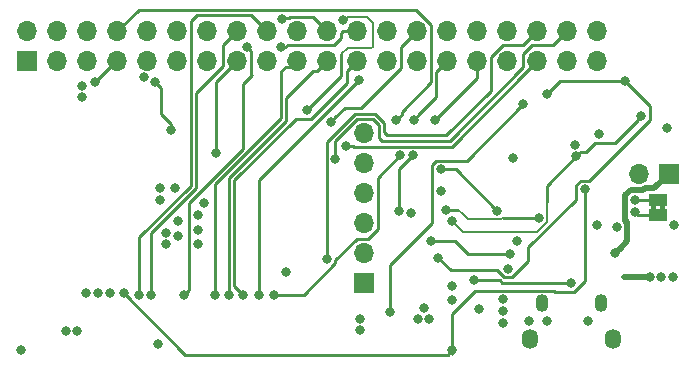
<source format=gbr>
G04 #@! TF.GenerationSoftware,KiCad,Pcbnew,5.0.2-bee76a0~70~ubuntu16.04.1*
G04 #@! TF.CreationDate,2019-08-20T13:37:51-04:00*
G04 #@! TF.ProjectId,ESP32-Zip,45535033-322d-45a6-9970-2e6b69636164,rev?*
G04 #@! TF.SameCoordinates,Original*
G04 #@! TF.FileFunction,Copper,L4,Bot*
G04 #@! TF.FilePolarity,Positive*
%FSLAX46Y46*%
G04 Gerber Fmt 4.6, Leading zero omitted, Abs format (unit mm)*
G04 Created by KiCad (PCBNEW 5.0.2-bee76a0~70~ubuntu16.04.1) date mar. 20 août 2019 13:37:51 EDT*
%MOMM*%
%LPD*%
G01*
G04 APERTURE LIST*
G04 #@! TA.AperFunction,ComponentPad*
%ADD10R,1.700000X1.700000*%
G04 #@! TD*
G04 #@! TA.AperFunction,ComponentPad*
%ADD11O,1.700000X1.700000*%
G04 #@! TD*
G04 #@! TA.AperFunction,ComponentPad*
%ADD12O,1.350000X1.700000*%
G04 #@! TD*
G04 #@! TA.AperFunction,ComponentPad*
%ADD13O,1.100000X1.500000*%
G04 #@! TD*
G04 #@! TA.AperFunction,SMDPad,CuDef*
%ADD14C,1.000000*%
G04 #@! TD*
G04 #@! TA.AperFunction,Conductor*
%ADD15C,0.100000*%
G04 #@! TD*
G04 #@! TA.AperFunction,SMDPad,CuDef*
%ADD16R,1.500000X1.000000*%
G04 #@! TD*
G04 #@! TA.AperFunction,ViaPad*
%ADD17C,0.800000*%
G04 #@! TD*
G04 #@! TA.AperFunction,Conductor*
%ADD18C,0.250000*%
G04 #@! TD*
G04 #@! TA.AperFunction,Conductor*
%ADD19C,0.500000*%
G04 #@! TD*
G04 #@! TA.AperFunction,Conductor*
%ADD20C,0.200000*%
G04 #@! TD*
G04 APERTURE END LIST*
D10*
G04 #@! TO.P,J4,1*
G04 #@! TO.N,VBus*
X109300000Y-64300000D03*
D11*
G04 #@! TO.P,J4,2*
G04 #@! TO.N,GND*
X106760000Y-64300000D03*
G04 #@! TD*
D10*
G04 #@! TO.P,J3,1*
G04 #@! TO.N,SD2*
X83500000Y-73500000D03*
D11*
G04 #@! TO.P,J3,2*
G04 #@! TO.N,SD3*
X83500000Y-70960000D03*
G04 #@! TO.P,J3,3*
G04 #@! TO.N,CMD*
X83500000Y-68420000D03*
G04 #@! TO.P,J3,4*
G04 #@! TO.N,SDCLK*
X83500000Y-65880000D03*
G04 #@! TO.P,J3,5*
G04 #@! TO.N,SD0*
X83500000Y-63340000D03*
G04 #@! TO.P,J3,6*
G04 #@! TO.N,SD1*
X83500000Y-60800000D03*
G04 #@! TD*
D12*
G04 #@! TO.P,J1,6*
G04 #@! TO.N,GND*
X104565000Y-78250000D03*
X97565000Y-78250000D03*
D13*
X103565000Y-75250000D03*
X98565000Y-75250000D03*
G04 #@! TD*
D10*
G04 #@! TO.P,J2,1*
G04 #@! TO.N,VDD*
X55000000Y-54750000D03*
D11*
G04 #@! TO.P,J2,2*
X55000000Y-52210000D03*
G04 #@! TO.P,J2,3*
G04 #@! TO.N,IO21*
X57540000Y-54750000D03*
G04 #@! TO.P,J2,4*
G04 #@! TO.N,VDD*
X57540000Y-52210000D03*
G04 #@! TO.P,J2,5*
G04 #@! TO.N,IO22*
X60080000Y-54750000D03*
G04 #@! TO.P,J2,6*
G04 #@! TO.N,GND*
X60080000Y-52210000D03*
G04 #@! TO.P,J2,7*
G04 #@! TO.N,IO23*
X62620000Y-54750000D03*
G04 #@! TO.P,J2,8*
G04 #@! TO.N,TxD*
X62620000Y-52210000D03*
G04 #@! TO.P,J2,9*
G04 #@! TO.N,GND*
X65160000Y-54750000D03*
G04 #@! TO.P,J2,10*
G04 #@! TO.N,RxD*
X65160000Y-52210000D03*
G04 #@! TO.P,J2,11*
G04 #@! TO.N,IO34*
X67700000Y-54750000D03*
G04 #@! TO.P,J2,12*
G04 #@! TO.N,EN*
X67700000Y-52210000D03*
G04 #@! TO.P,J2,13*
G04 #@! TO.N,IO35*
X70240000Y-54750000D03*
G04 #@! TO.P,J2,14*
G04 #@! TO.N,GND*
X70240000Y-52210000D03*
G04 #@! TO.P,J2,15*
G04 #@! TO.N,IO32*
X72780000Y-54750000D03*
G04 #@! TO.P,J2,16*
G04 #@! TO.N,SENSOR_VN*
X72780000Y-52210000D03*
G04 #@! TO.P,J2,17*
G04 #@! TO.N,VDD*
X75320000Y-54750000D03*
G04 #@! TO.P,J2,18*
G04 #@! TO.N,SENSOR_VP*
X75320000Y-52210000D03*
G04 #@! TO.P,J2,19*
G04 #@! TO.N,IO33*
X77860000Y-54750000D03*
G04 #@! TO.P,J2,20*
G04 #@! TO.N,GND*
X77860000Y-52210000D03*
G04 #@! TO.P,J2,21*
G04 #@! TO.N,IO25*
X80400000Y-54750000D03*
G04 #@! TO.P,J2,22*
G04 #@! TO.N,IO19*
X80400000Y-52210000D03*
G04 #@! TO.P,J2,23*
G04 #@! TO.N,IO26*
X82940000Y-54750000D03*
G04 #@! TO.P,J2,24*
G04 #@! TO.N,IO18*
X82940000Y-52210000D03*
G04 #@! TO.P,J2,25*
G04 #@! TO.N,GND*
X85480000Y-54750000D03*
G04 #@! TO.P,J2,26*
G04 #@! TO.N,IO5*
X85480000Y-52210000D03*
G04 #@! TO.P,J2,27*
G04 #@! TO.N,IO27*
X88020000Y-54750000D03*
G04 #@! TO.P,J2,28*
G04 #@! TO.N,IO17*
X88020000Y-52210000D03*
G04 #@! TO.P,J2,29*
G04 #@! TO.N,IO14*
X90560000Y-54750000D03*
G04 #@! TO.P,J2,30*
G04 #@! TO.N,GND*
X90560000Y-52210000D03*
G04 #@! TO.P,J2,31*
G04 #@! TO.N,IO12*
X93100000Y-54750000D03*
G04 #@! TO.P,J2,32*
G04 #@! TO.N,IO16*
X93100000Y-52210000D03*
G04 #@! TO.P,J2,33*
G04 #@! TO.N,IO4*
X95640000Y-54750000D03*
G04 #@! TO.P,J2,34*
G04 #@! TO.N,GND*
X95640000Y-52210000D03*
G04 #@! TO.P,J2,35*
G04 #@! TO.N,IO2*
X98180000Y-54750000D03*
G04 #@! TO.P,J2,36*
G04 #@! TO.N,IO13*
X98180000Y-52210000D03*
G04 #@! TO.P,J2,37*
G04 #@! TO.N,IO0*
X100720000Y-54750000D03*
G04 #@! TO.P,J2,38*
G04 #@! TO.N,IO15*
X100720000Y-52210000D03*
G04 #@! TO.P,J2,39*
G04 #@! TO.N,GND*
X103260000Y-54750000D03*
G04 #@! TO.P,J2,40*
G04 #@! TO.N,VDD*
X103260000Y-52210000D03*
G04 #@! TD*
D14*
G04 #@! TO.P,JP3,1*
G04 #@! TO.N,Net-(JP3-Pad1)*
X108400000Y-67750000D03*
D15*
G04 #@! TD*
G04 #@! TO.N,Net-(JP3-Pad1)*
G04 #@! TO.C,JP3*
G36*
X107800000Y-67250000D02*
X107800000Y-66850000D01*
X108200000Y-66850000D01*
X108200000Y-67250000D01*
X108600000Y-67250000D01*
X108600000Y-66850000D01*
X109000000Y-66850000D01*
X109000000Y-67250000D01*
X109150000Y-67250000D01*
X109150000Y-68250000D01*
X107650000Y-68250000D01*
X107650000Y-67250000D01*
X107800000Y-67250000D01*
X107800000Y-67250000D01*
G37*
D16*
G04 #@! TO.P,JP3,2*
G04 #@! TO.N,Net-(D2-Pad2)*
X108400000Y-66450000D03*
G04 #@! TD*
D17*
G04 #@! TO.N,GND*
X70000000Y-66750000D03*
X67500000Y-65500000D03*
X66250000Y-65500000D03*
X66250000Y-66500000D03*
X69500000Y-67750000D03*
X69500000Y-69000000D03*
X69500000Y-70250000D03*
X67750000Y-69500000D03*
X67750000Y-68250000D03*
X66750000Y-69250000D03*
X66750000Y-70250000D03*
G04 #@! TO.N,RTS*
X107000000Y-59400000D03*
G04 #@! TO.N,GND*
X64900000Y-56100000D03*
G04 #@! TO.N,IO23*
X60750000Y-56500000D03*
G04 #@! TO.N,GND*
X109200000Y-60400000D03*
G04 #@! TO.N,IO14*
X86600000Y-62700000D03*
G04 #@! TO.N,IO12*
X87700000Y-62700000D03*
G04 #@! TO.N,IO14*
X87750000Y-59750000D03*
G04 #@! TO.N,IO12*
X89500000Y-59750000D03*
G04 #@! TO.N,IO35*
X68300000Y-74500000D03*
G04 #@! TO.N,IO33*
X70900000Y-74500000D03*
G04 #@! TO.N,IO25*
X72100000Y-74500000D03*
G04 #@! TO.N,IO26*
X73300000Y-74500000D03*
G04 #@! TO.N,IO27*
X74600000Y-74500000D03*
G04 #@! TO.N,IO14*
X75900000Y-74500000D03*
G04 #@! TO.N,EN*
X63200000Y-74400000D03*
G04 #@! TO.N,VDD*
X88600000Y-75600000D03*
G04 #@! TO.N,GND*
X91000000Y-73800000D03*
X91000000Y-75000000D03*
G04 #@! TO.N,VDD*
X93250000Y-75750000D03*
G04 #@! TO.N,DTR*
X89800000Y-71400000D03*
G04 #@! TO.N,VDD*
X95700000Y-72300000D03*
G04 #@! TO.N,DTR*
X105600000Y-56400000D03*
G04 #@! TO.N,GND*
X76900000Y-72600000D03*
X87500000Y-67600000D03*
G04 #@! TO.N,IO15*
X81100000Y-63000000D03*
G04 #@! TO.N,IO2*
X82000000Y-61900000D03*
G04 #@! TO.N,IO19*
X76600000Y-51200000D03*
G04 #@! TO.N,IO32*
X71000000Y-62500000D03*
G04 #@! TO.N,IO35*
X73600000Y-53500000D03*
G04 #@! TO.N,SENSOR_VN*
X65500000Y-74500000D03*
G04 #@! TO.N,SENSOR_VP*
X64500000Y-74500000D03*
G04 #@! TO.N,VDD*
X96100000Y-62900000D03*
G04 #@! TO.N,RxD*
X67200000Y-60600000D03*
G04 #@! TO.N,EN*
X81700000Y-51250000D03*
G04 #@! TO.N,GND*
X59600000Y-56800000D03*
X59600000Y-57800000D03*
G04 #@! TO.N,VDD*
X101400000Y-61800000D03*
X107700000Y-73000000D03*
X103250000Y-68600000D03*
X108700000Y-73000000D03*
X109700000Y-73000000D03*
G04 #@! TO.N,GND*
X83200000Y-77500000D03*
X83200000Y-76600000D03*
X88100000Y-76600000D03*
X89000000Y-76600000D03*
X66100000Y-78700000D03*
X58300000Y-77600000D03*
X59200000Y-77600000D03*
G04 #@! TO.N,VBus*
X95300000Y-74900000D03*
X95300000Y-75900000D03*
X95300000Y-76900000D03*
G04 #@! TO.N,DTR*
X99000000Y-57500000D03*
G04 #@! TO.N,TxD*
X86250000Y-59750000D03*
G04 #@! TO.N,RTS*
X91000000Y-68250000D03*
X101500000Y-62800000D03*
G04 #@! TO.N,Net-(R3-Pad1)*
X98300000Y-68000000D03*
X90500000Y-67300000D03*
G04 #@! TO.N,RXT*
X90000000Y-63900000D03*
X94800000Y-67400000D03*
G04 #@! TO.N,Net-(R1-Pad2)*
X89200000Y-70000000D03*
X95900000Y-71100000D03*
G04 #@! TO.N,USB_DP*
X92800000Y-73300000D03*
G04 #@! TO.N,VDD*
X54500000Y-79200000D03*
X61000000Y-74400000D03*
X109800000Y-68600000D03*
G04 #@! TO.N,GND*
X96500000Y-70000000D03*
G04 #@! TO.N,VBus*
X104750000Y-71000000D03*
G04 #@! TO.N,GND*
X102500000Y-76750000D03*
X97500000Y-76750000D03*
X104900000Y-68800000D03*
G04 #@! TO.N,VDD*
X103400000Y-60875000D03*
X90000000Y-65700000D03*
X62000000Y-74400000D03*
X60000000Y-74400000D03*
G04 #@! TO.N,VBus*
X99000000Y-76750000D03*
G04 #@! TO.N,EN*
X91000000Y-79200000D03*
X102200000Y-65600000D03*
X78700020Y-58900020D03*
G04 #@! TO.N,IO0*
X97000000Y-58400000D03*
X85750000Y-76000000D03*
G04 #@! TO.N,USB_DP*
X101000000Y-73500000D03*
G04 #@! TO.N,RxD*
X65830000Y-56500000D03*
G04 #@! TO.N,IO18*
X76500000Y-53500000D03*
G04 #@! TO.N,IO27*
X83100000Y-56300000D03*
G04 #@! TO.N,IO17*
X80700000Y-59900000D03*
G04 #@! TO.N,IO12*
X86500000Y-67400000D03*
G04 #@! TO.N,IO13*
X80374999Y-71474999D03*
G04 #@! TO.N,Net-(JP3-Pad1)*
X106500000Y-67500000D03*
G04 #@! TO.N,Net-(D2-Pad2)*
X106500000Y-66500000D03*
G04 #@! TD*
D18*
G04 #@! TO.N,IO19*
X80400000Y-52210000D02*
X79224999Y-51034999D01*
X79224999Y-51034999D02*
X77230686Y-51034999D01*
X77230686Y-51034999D02*
X77165685Y-51100000D01*
X77165685Y-51100000D02*
X76600000Y-51100000D01*
G04 #@! TO.N,RxD*
X67200000Y-60600000D02*
X67200000Y-60034315D01*
X67200000Y-60034315D02*
X66335001Y-59169316D01*
D19*
G04 #@! TO.N,VDD*
X105491998Y-73000000D02*
X107134315Y-73000000D01*
X107134315Y-73000000D02*
X107700000Y-73000000D01*
D18*
G04 #@! TO.N,Net-(R3-Pad1)*
X98300000Y-68000000D02*
X95273002Y-68000000D01*
G04 #@! TO.N,Net-(R1-Pad2)*
X92300000Y-71100000D02*
X95900000Y-71100000D01*
X91200000Y-70000000D02*
X89200000Y-70000000D01*
X92300000Y-71100000D02*
X91200000Y-70000000D01*
D19*
G04 #@! TO.N,VBus*
X105750001Y-68391999D02*
X105750001Y-69999999D01*
X105750001Y-69999999D02*
X105149999Y-70600001D01*
X107139999Y-65649999D02*
X106091999Y-65649999D01*
X105649999Y-66091999D02*
X105649999Y-68291997D01*
X107289999Y-65499999D02*
X107139999Y-65649999D01*
X105149999Y-70600001D02*
X104750000Y-71000000D01*
X108100001Y-65499999D02*
X107289999Y-65499999D01*
X105649999Y-68291997D02*
X105750001Y-68391999D01*
X106091999Y-65649999D02*
X105649999Y-66091999D01*
X109300000Y-64300000D02*
X108100001Y-65499999D01*
D18*
G04 #@! TO.N,DTR*
X90850009Y-72450009D02*
X89800000Y-71400000D01*
X94777007Y-72450009D02*
X90850009Y-72450009D01*
X95351999Y-73025001D02*
X94777007Y-72450009D01*
X96048001Y-73025001D02*
X95351999Y-73025001D01*
X97401702Y-71671300D02*
X96048001Y-73025001D01*
X97401702Y-70499999D02*
X97401702Y-71671300D01*
X97437057Y-70499999D02*
X101474999Y-66462057D01*
X97401702Y-70499999D02*
X97437057Y-70499999D01*
X100100000Y-56400000D02*
X105600000Y-56400000D01*
X99000000Y-57500000D02*
X100100000Y-56400000D01*
X101474999Y-65251999D02*
X101474999Y-66462057D01*
X101851999Y-64874999D02*
X101474999Y-65251999D01*
X102598003Y-64874999D02*
X101851999Y-64874999D01*
X107725001Y-59748001D02*
X102598003Y-64874999D01*
X107725001Y-58525001D02*
X107725001Y-59748001D01*
X105600000Y-56400000D02*
X107725001Y-58525001D01*
D20*
G04 #@! TO.N,RTS*
X99000001Y-68336001D02*
X99000001Y-66700001D01*
X98136002Y-69200000D02*
X99000001Y-68336001D01*
X91900000Y-69200000D02*
X98136002Y-69200000D01*
X91100000Y-68400000D02*
X91900000Y-69200000D01*
D18*
X99000001Y-65299999D02*
X101500000Y-62800000D01*
X99000001Y-66700001D02*
X99000001Y-65299999D01*
X101899999Y-62400001D02*
X101500000Y-62800000D01*
X106600001Y-59799999D02*
X107000000Y-59400000D01*
X104774999Y-61625001D02*
X106600001Y-59799999D01*
X103074999Y-61625001D02*
X104774999Y-61625001D01*
X102299999Y-62400001D02*
X103074999Y-61625001D01*
X101899999Y-62400001D02*
X102299999Y-62400001D01*
G04 #@! TO.N,EN*
X91000000Y-79500000D02*
X91000000Y-79500000D01*
X91000000Y-79200000D02*
X91000000Y-79500000D01*
X90600001Y-79599999D02*
X91000000Y-79200000D01*
X68399999Y-79599999D02*
X90600001Y-79599999D01*
X63200000Y-74400000D02*
X68399999Y-79599999D01*
X81600000Y-56000040D02*
X81600000Y-55100000D01*
X78700020Y-58900020D02*
X81600000Y-56000040D01*
X81600000Y-55289002D02*
X81600000Y-55100000D01*
X81600000Y-55100000D02*
X81600000Y-54161000D01*
X91000000Y-79200000D02*
X91000000Y-76112500D01*
X102200000Y-66165685D02*
X102200000Y-65600000D01*
X91000000Y-76112500D02*
X92937510Y-74174990D01*
X92937510Y-74174990D02*
X99576988Y-74174990D01*
X99701998Y-74300000D02*
X101273002Y-74300000D01*
X102212500Y-66178185D02*
X102200000Y-66165685D01*
X102212500Y-73360502D02*
X102212500Y-66178185D01*
X99576988Y-74174990D02*
X99701998Y-74300000D01*
X101273002Y-74300000D02*
X102212500Y-73360502D01*
D20*
X82161001Y-53599999D02*
X84150001Y-53599999D01*
X81600000Y-54161000D02*
X82161001Y-53599999D01*
X84150001Y-53599999D02*
X84250000Y-53500000D01*
X84250000Y-53500000D02*
X84250000Y-51500000D01*
X84250000Y-51500000D02*
X83750000Y-51000000D01*
X82200000Y-51000000D02*
X81700000Y-51500000D01*
X83750000Y-51000000D02*
X82200000Y-51000000D01*
D18*
G04 #@! TO.N,IO0*
X89274999Y-63551999D02*
X89274999Y-68451999D01*
X89651999Y-63174999D02*
X89274999Y-63551999D01*
X97000000Y-58400000D02*
X92225001Y-63174999D01*
X92225001Y-63174999D02*
X89651999Y-63174999D01*
X85750000Y-71976998D02*
X89274999Y-68451999D01*
X85750000Y-76000000D02*
X85750000Y-71976998D01*
G04 #@! TO.N,USB_DP*
X95190588Y-73500000D02*
X99975000Y-73500000D01*
X92800000Y-73300000D02*
X94990588Y-73300000D01*
X99975000Y-73500000D02*
X101000000Y-73500000D01*
X94990588Y-73300000D02*
X95190588Y-73500000D01*
G04 #@! TO.N,RXT*
X91300000Y-63900000D02*
X94800000Y-67400000D01*
X90000000Y-63900000D02*
X91300000Y-63900000D01*
G04 #@! TO.N,RxD*
X66335001Y-57005001D02*
X65830000Y-56500000D01*
X66335001Y-59169316D02*
X66335001Y-57005001D01*
G04 #@! TO.N,TxD*
X64429990Y-50400010D02*
X62620000Y-52210000D01*
X87949012Y-50400010D02*
X64429990Y-50400010D01*
X89195001Y-51645999D02*
X87949012Y-50400010D01*
X89195001Y-56539314D02*
X89195001Y-51645999D01*
X86700000Y-59034315D02*
X89195001Y-56539314D01*
X86700000Y-59300000D02*
X86250000Y-59750000D01*
X86700000Y-59034315D02*
X86700000Y-59300000D01*
G04 #@! TO.N,IO23*
X62500000Y-54750000D02*
X62620000Y-54750000D01*
X60750000Y-56500000D02*
X62500000Y-54750000D01*
G04 #@! TO.N,IO35*
X68699999Y-74100001D02*
X68300000Y-74500000D01*
X68699999Y-66736411D02*
X68699999Y-74100001D01*
X73230010Y-62206400D02*
X68699999Y-66736411D01*
X73230010Y-56669990D02*
X73230010Y-62206400D01*
X74000000Y-55900000D02*
X73230010Y-56669990D01*
X73955001Y-55855001D02*
X74000000Y-55900000D01*
X73955001Y-53855001D02*
X73955001Y-55855001D01*
X73600000Y-53500000D02*
X73955001Y-53855001D01*
G04 #@! TO.N,IO32*
X71000000Y-56530000D02*
X72780000Y-54750000D01*
X71000000Y-62500000D02*
X71000000Y-56530000D01*
G04 #@! TO.N,SENSOR_VN*
X65500000Y-74500000D02*
X65500000Y-69300000D01*
X71604999Y-53385001D02*
X71930001Y-53059999D01*
X71604999Y-55124003D02*
X71604999Y-53385001D01*
X69325010Y-57403992D02*
X71604999Y-55124003D01*
X69325010Y-65474990D02*
X69325010Y-57403992D01*
X71930001Y-53059999D02*
X72780000Y-52210000D01*
X65500000Y-69300000D02*
X69325010Y-65474990D01*
G04 #@! TO.N,SENSOR_VP*
X73960020Y-50850020D02*
X75320000Y-52210000D01*
X69399980Y-50850020D02*
X73960020Y-50850020D01*
X68875001Y-51374999D02*
X69399980Y-50850020D01*
X68875001Y-65288589D02*
X68875001Y-51374999D01*
X64500000Y-74500000D02*
X64500000Y-69663590D01*
X64500000Y-69663590D02*
X68875001Y-65288589D01*
G04 #@! TO.N,IO33*
X70900000Y-74500000D02*
X70900000Y-65172820D01*
X76495001Y-59577819D02*
X76495001Y-55604999D01*
X70900000Y-65172820D02*
X76495001Y-59577819D01*
X76495001Y-55604999D02*
X76900000Y-55200000D01*
X77410000Y-55200000D02*
X77860000Y-54750000D01*
X76900000Y-55200000D02*
X77410000Y-55200000D01*
G04 #@! TO.N,IO25*
X72100000Y-64609230D02*
X72100000Y-74500000D01*
X76945010Y-59764220D02*
X72100000Y-64609230D01*
X76945011Y-57881987D02*
X76945010Y-59764220D01*
X80400000Y-54750000D02*
X79550001Y-55599999D01*
X79226999Y-55599999D02*
X76945011Y-57881987D01*
X79550001Y-55599999D02*
X79226999Y-55599999D01*
G04 #@! TO.N,IO26*
X72550010Y-73750010D02*
X72550010Y-64795630D01*
X73300000Y-74500000D02*
X72550010Y-73750010D01*
X82090001Y-55599999D02*
X82940000Y-54750000D01*
X82090001Y-56583041D02*
X82090001Y-55599999D01*
X79048021Y-59625021D02*
X82090001Y-56583041D01*
X77720619Y-59625021D02*
X79048021Y-59625021D01*
X72550010Y-64795630D02*
X77720619Y-59625021D01*
G04 #@! TO.N,IO18*
X81737919Y-52210000D02*
X82940000Y-52210000D01*
X81600000Y-52347919D02*
X81737919Y-52210000D01*
X81600000Y-52749002D02*
X81600000Y-52347919D01*
X80964001Y-53385001D02*
X81600000Y-52749002D01*
X76985001Y-53385001D02*
X80964001Y-53385001D01*
X76870002Y-53500000D02*
X76985001Y-53385001D01*
X76500000Y-53500000D02*
X76870002Y-53500000D01*
G04 #@! TO.N,IO27*
X74600000Y-64829002D02*
X83129002Y-56300000D01*
X74600000Y-74500000D02*
X74600000Y-64829002D01*
G04 #@! TO.N,IO17*
X81099999Y-59500001D02*
X80700000Y-59900000D01*
X81875019Y-58724981D02*
X81099999Y-59500001D01*
X83244021Y-58724981D02*
X81875019Y-58724981D01*
X86655001Y-55314001D02*
X83244021Y-58724981D01*
X86655001Y-53574999D02*
X86655001Y-55314001D01*
X88020000Y-52210000D02*
X86655001Y-53574999D01*
G04 #@! TO.N,IO14*
X89645011Y-55664989D02*
X89645011Y-57754989D01*
X88199999Y-59200001D02*
X87800000Y-59600000D01*
X89645011Y-57754989D02*
X88199999Y-59200001D01*
X90560000Y-54750000D02*
X89645011Y-55664989D01*
X81100000Y-71600000D02*
X81100000Y-71823000D01*
X82915001Y-69784999D02*
X81100000Y-71600000D01*
X76465685Y-74500000D02*
X75900000Y-74500000D01*
X83874003Y-69784999D02*
X82915001Y-69784999D01*
X84675001Y-68984001D02*
X83874003Y-69784999D01*
X81100000Y-71823000D02*
X78423000Y-74500000D01*
X84675001Y-64624999D02*
X84675001Y-68984001D01*
X78423000Y-74500000D02*
X76465685Y-74500000D01*
X86600000Y-62700000D02*
X84675001Y-64624999D01*
G04 #@! TO.N,IO12*
X93100000Y-55400000D02*
X93100000Y-54750000D01*
X86500000Y-63900000D02*
X86500000Y-67400000D01*
X87700000Y-62700000D02*
X86500000Y-63900000D01*
X93100000Y-56150000D02*
X93100000Y-54750000D01*
X89500000Y-59750000D02*
X93100000Y-56150000D01*
G04 #@! TO.N,IO2*
X97330001Y-55599999D02*
X98180000Y-54750000D01*
X90954999Y-61975001D02*
X97330001Y-55599999D01*
X82565685Y-61900000D02*
X82640686Y-61975001D01*
X82640686Y-61975001D02*
X90954999Y-61975001D01*
X82000000Y-61900000D02*
X82565685Y-61900000D01*
G04 #@! TO.N,IO13*
X80374999Y-71474999D02*
X80374999Y-71474999D01*
X94275001Y-54375997D02*
X95265997Y-53385001D01*
X97004999Y-53385001D02*
X98180000Y-52210000D01*
X94275001Y-57224999D02*
X94275001Y-54375997D01*
X95265997Y-53385001D02*
X97004999Y-53385001D01*
X90500000Y-61000000D02*
X94275001Y-57224999D01*
X85500000Y-61000000D02*
X90500000Y-61000000D01*
X80374999Y-61549589D02*
X82749598Y-59174990D01*
X80374999Y-71474999D02*
X80374999Y-61549589D01*
X82749598Y-59174990D02*
X84438397Y-59174989D01*
X84438397Y-59174989D02*
X85225000Y-59961592D01*
X85225000Y-59961592D02*
X85225000Y-60725000D01*
X85225000Y-60725000D02*
X85500000Y-61000000D01*
G04 #@! TO.N,IO15*
X97714999Y-53385001D02*
X99544999Y-53385001D01*
X97004999Y-54095001D02*
X97714999Y-53385001D01*
X97004999Y-55245001D02*
X97004999Y-54095001D01*
X99870001Y-53059999D02*
X100720000Y-52210000D01*
X90793590Y-61456410D02*
X97004999Y-55245001D01*
X90793590Y-61500000D02*
X90793590Y-61456410D01*
X81100000Y-61460998D02*
X82935999Y-59624999D01*
X82935999Y-59624999D02*
X84251997Y-59624999D01*
X99544999Y-53385001D02*
X99870001Y-53059999D01*
X85000000Y-61500000D02*
X90793590Y-61500000D01*
X81100000Y-63000000D02*
X81100000Y-61460998D01*
X84251997Y-59624999D02*
X84774991Y-60147993D01*
X84774991Y-60147993D02*
X84774991Y-61274991D01*
X84774991Y-61274991D02*
X85000000Y-61500000D01*
G04 #@! TO.N,Net-(JP3-Pad1)*
X106750000Y-67750000D02*
X106500000Y-67500000D01*
X108400000Y-67750000D02*
X106750000Y-67750000D01*
D20*
G04 #@! TO.N,Net-(R3-Pad1)*
X91899999Y-67699999D02*
X91500000Y-67300000D01*
X92300001Y-68100001D02*
X91899999Y-67699999D01*
X95136001Y-68100001D02*
X92300001Y-68100001D01*
X95236002Y-68000000D02*
X95136001Y-68100001D01*
X95273002Y-68000000D02*
X95236002Y-68000000D01*
D18*
X91500000Y-67300000D02*
X90500000Y-67300000D01*
G04 #@! TO.N,Net-(D2-Pad2)*
X106550000Y-66450000D02*
X106500000Y-66500000D01*
X108400000Y-66450000D02*
X106550000Y-66450000D01*
G04 #@! TD*
M02*

</source>
